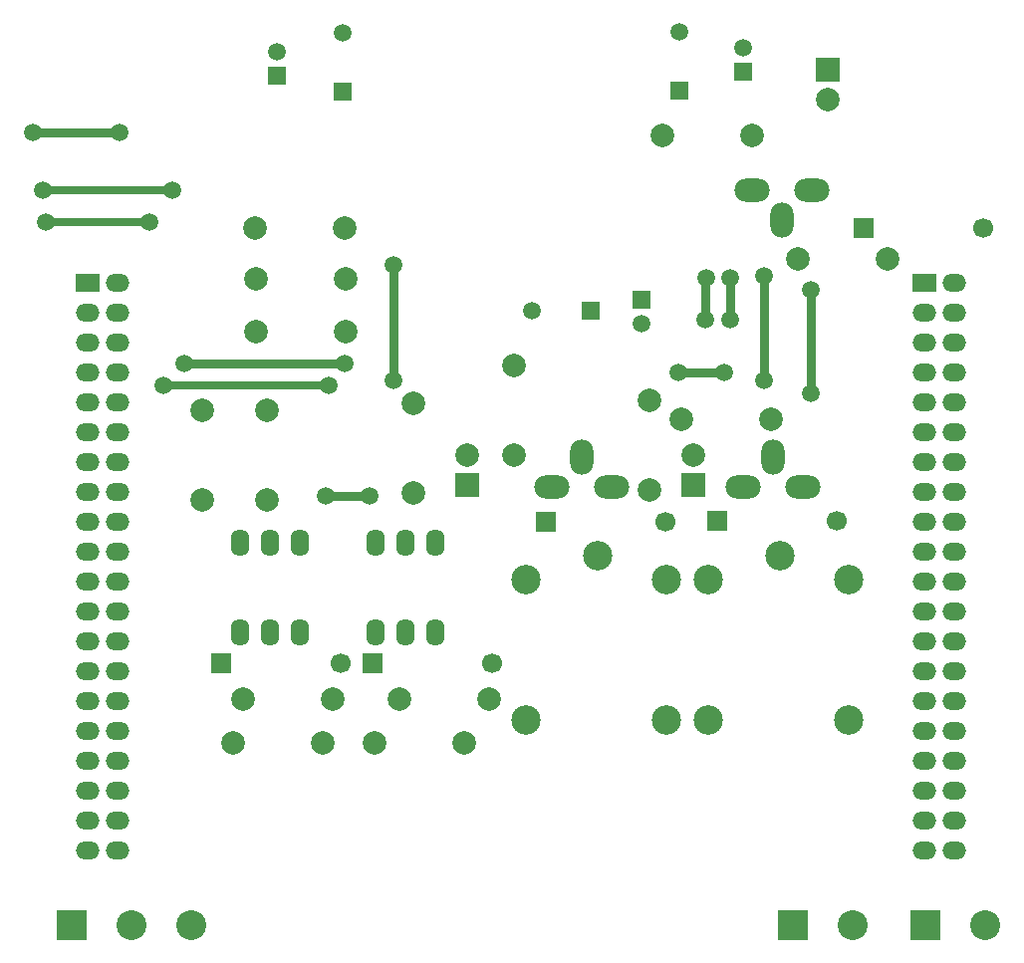
<source format=gbr>
G04 #@! TF.FileFunction,Copper,L1,Top,Signal*
%FSLAX46Y46*%
G04 Gerber Fmt 4.6, Leading zero omitted, Abs format (unit mm)*
G04 Created by KiCad (PCBNEW 4.0.4-stable) date 12/03/16 12:25:19*
%MOMM*%
%LPD*%
G01*
G04 APERTURE LIST*
%ADD10C,0.100000*%
%ADD11R,2.000000X1.524000*%
%ADD12O,2.000000X1.524000*%
%ADD13C,2.500000*%
%ADD14C,1.699260*%
%ADD15R,1.699260X1.699260*%
%ADD16R,1.500000X1.500000*%
%ADD17C,1.500000*%
%ADD18R,2.000000X2.000000*%
%ADD19C,2.000000*%
%ADD20R,2.540000X2.540000*%
%ADD21C,2.540000*%
%ADD22C,1.998980*%
%ADD23O,1.600000X2.300000*%
%ADD24O,1.998980X2.999740*%
%ADD25O,2.999740X1.998980*%
%ADD26C,0.800000*%
%ADD27C,0.700000*%
G04 APERTURE END LIST*
D10*
D11*
X167130001Y-95635001D03*
D12*
X169670001Y-95635001D03*
X167130001Y-108335001D03*
X169670001Y-98175001D03*
X167130001Y-110875001D03*
X169670001Y-100715001D03*
X167130001Y-113415001D03*
X169670001Y-103255001D03*
X167130001Y-115955001D03*
X169670001Y-105795001D03*
X167130001Y-118495001D03*
X169670001Y-108335001D03*
X167130001Y-121035001D03*
X169670001Y-110875001D03*
X167130001Y-123575001D03*
X169670001Y-113415001D03*
X167130001Y-126115001D03*
X169670001Y-115955001D03*
X167130001Y-128655001D03*
X169670001Y-118495001D03*
X167130001Y-131195001D03*
X169670001Y-121035001D03*
X167130001Y-133735001D03*
X169670001Y-123575001D03*
X169670001Y-126115001D03*
X167130001Y-136275001D03*
X169670001Y-128655001D03*
X169670001Y-133735001D03*
X169670001Y-136275001D03*
X169670001Y-138815001D03*
X169670001Y-141355001D03*
X167130001Y-138815001D03*
X167130001Y-141355001D03*
X167130001Y-98175001D03*
X167130001Y-100715001D03*
X167130001Y-103255001D03*
X167130001Y-105795001D03*
X167130001Y-143895001D03*
X169670001Y-143895001D03*
X169670001Y-131195001D03*
D11*
X96010001Y-95635001D03*
D12*
X98550001Y-95635001D03*
X96010001Y-98175001D03*
X98550001Y-98175001D03*
X96010001Y-100715001D03*
X98550001Y-100715001D03*
X96010001Y-103255001D03*
X98550001Y-103255001D03*
X96010001Y-105795001D03*
X98550001Y-105795001D03*
X96010001Y-108335001D03*
X98550001Y-108335001D03*
X96010001Y-110875001D03*
X98550001Y-110875001D03*
X96010001Y-113415001D03*
X98550001Y-113415001D03*
X96010001Y-115955001D03*
X98550001Y-115955001D03*
X96010001Y-118495001D03*
X98550001Y-118495001D03*
X96010001Y-121035001D03*
X98550001Y-121035001D03*
X96010001Y-123575001D03*
X98550001Y-123575001D03*
X96010001Y-126115001D03*
X98550001Y-126115001D03*
X96010001Y-128655001D03*
X98550001Y-128655001D03*
X96010001Y-131195001D03*
X98550001Y-131195001D03*
X96010001Y-133735001D03*
X98550001Y-133735001D03*
X96010001Y-136275001D03*
X98550001Y-136275001D03*
X96010001Y-138815001D03*
X98550001Y-138815001D03*
X96010001Y-141355001D03*
X98550001Y-141355001D03*
X96010001Y-143895001D03*
X98550001Y-143895001D03*
D13*
X148750000Y-120912000D03*
X154846000Y-118880000D03*
X160688000Y-120912000D03*
X148750000Y-132850000D03*
X160688000Y-132850000D03*
X133250000Y-120912000D03*
X139346000Y-118880000D03*
X145188000Y-120912000D03*
X133250000Y-132850000D03*
X145188000Y-132850000D03*
D14*
X145160520Y-115997460D03*
D15*
X135000520Y-115997460D03*
D14*
X172160000Y-91000000D03*
D15*
X162000000Y-91000000D03*
D16*
X117700000Y-79400000D03*
D17*
X117700000Y-74400000D03*
D16*
X112100000Y-78000000D03*
D17*
X112100000Y-76000000D03*
D16*
X143100000Y-97100000D03*
D17*
X143100000Y-99100000D03*
D16*
X138800000Y-98000000D03*
D17*
X133800000Y-98000000D03*
D16*
X146300000Y-79300000D03*
D17*
X146300000Y-74300000D03*
D16*
X151700000Y-77700000D03*
D17*
X151700000Y-75700000D03*
D14*
X117500000Y-128000000D03*
D15*
X107340000Y-128000000D03*
D14*
X130410000Y-128000000D03*
D15*
X120250000Y-128000000D03*
D18*
X128250000Y-112790000D03*
D19*
X128250000Y-110250000D03*
D18*
X147500000Y-112790000D03*
D19*
X147500000Y-110250000D03*
D14*
X159660000Y-115897460D03*
D15*
X149500000Y-115897460D03*
D18*
X158900000Y-77500000D03*
D19*
X158900000Y-80040000D03*
D20*
X94670000Y-150250000D03*
D21*
X99750000Y-150250000D03*
X104830000Y-150250000D03*
D20*
X155960000Y-150250000D03*
D21*
X161040000Y-150250000D03*
D20*
X167210000Y-150250000D03*
D21*
X172290000Y-150250000D03*
D22*
X116000000Y-134750000D03*
X108380000Y-134750000D03*
X120380000Y-134750000D03*
X128000000Y-134750000D03*
X109250000Y-131000000D03*
X116870000Y-131000000D03*
X122500000Y-131000000D03*
X130120000Y-131000000D03*
X105750000Y-106500000D03*
X105750000Y-114120000D03*
X111250000Y-106500000D03*
X111250000Y-114120000D03*
X164000000Y-93600000D03*
X156380000Y-93600000D03*
X132250000Y-110250000D03*
X132250000Y-102630000D03*
X154120000Y-107250000D03*
X146500000Y-107250000D03*
X123750000Y-113500000D03*
X123750000Y-105880000D03*
X143750000Y-113250000D03*
X143750000Y-105630000D03*
X110300000Y-99750000D03*
X117920000Y-99750000D03*
X110300000Y-95300000D03*
X117920000Y-95300000D03*
X110280000Y-91000000D03*
X117900000Y-91000000D03*
X152500000Y-83100000D03*
X144880000Y-83100000D03*
D23*
X109000000Y-125370000D03*
X111540000Y-125370000D03*
X114080000Y-125370000D03*
X114080000Y-117750000D03*
X111540000Y-117750000D03*
X109000000Y-117750000D03*
D24*
X155040000Y-90290000D03*
D25*
X157580000Y-87750000D03*
X152500000Y-87750000D03*
D23*
X120500000Y-125370000D03*
X123040000Y-125370000D03*
X125580000Y-125370000D03*
X125580000Y-117750000D03*
X123040000Y-117750000D03*
X120500000Y-117750000D03*
D24*
X138000000Y-110500000D03*
D25*
X135460000Y-113040000D03*
X140540000Y-113040000D03*
D24*
X154290000Y-110500000D03*
D25*
X151750000Y-113040000D03*
X156830000Y-113040000D03*
D17*
X153500000Y-103900000D03*
X153539990Y-95039990D03*
X91400000Y-82900000D03*
X98700000Y-82900000D03*
X122054808Y-103900000D03*
X122000000Y-94100000D03*
X116250000Y-113735000D03*
X120000000Y-113750000D03*
X150100000Y-103250000D03*
X146250000Y-103233592D03*
X157500000Y-105000000D03*
X157500000Y-96250000D03*
X116500000Y-104400000D03*
X102500000Y-104400000D03*
X101250000Y-90500000D03*
X92500000Y-90500000D03*
X117900000Y-102500000D03*
X104200000Y-102500000D03*
X103250000Y-87750000D03*
X92250000Y-87750000D03*
X148600000Y-95200000D03*
X148500000Y-98800000D03*
X150600000Y-95200000D03*
X150600000Y-98800000D03*
D26*
X150100000Y-103250000D02*
X146266408Y-103250000D01*
X146266408Y-103250000D02*
X146250000Y-103233592D01*
X153500000Y-103900000D02*
X153500000Y-95079980D01*
X153500000Y-95079980D02*
X153539990Y-95039990D01*
X91400000Y-82900000D02*
X98700000Y-82900000D01*
X122054808Y-104085018D02*
X122054808Y-94154808D01*
X122054808Y-94154808D02*
X122000000Y-94100000D01*
X149483592Y-103233592D02*
X149500000Y-103250000D01*
X116250000Y-113735000D02*
X119985000Y-113735000D01*
X119985000Y-113735000D02*
X120000000Y-113750000D01*
X157500000Y-105000000D02*
X157500000Y-96250000D01*
D27*
X102500000Y-104400000D02*
X116000000Y-104400000D01*
X92500000Y-90500000D02*
X101250000Y-90500000D01*
D26*
X117900000Y-102500000D02*
X104200000Y-102500000D01*
D27*
X92250000Y-87750000D02*
X103250000Y-87750000D01*
D26*
X148500000Y-98835000D02*
X148500000Y-95250000D01*
X150600000Y-98800000D02*
X150600000Y-95200000D01*
M02*

</source>
